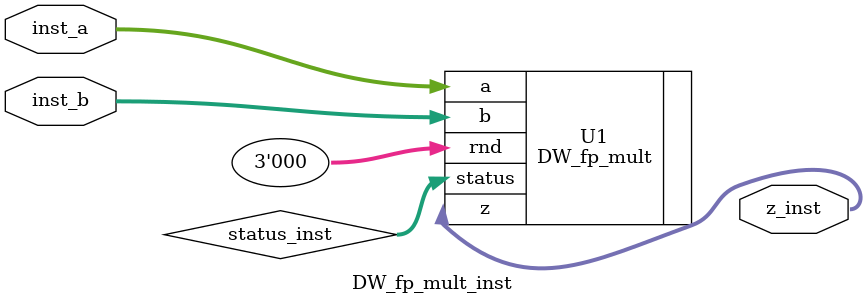
<source format=v>
`include "/afs/eos.ncsu.edu/dist/synopsys2013/syn/dw/sim_ver/DW_fp_mult.v"
module DW_fp_mult_inst( inst_a, inst_b,z_inst);

parameter sig_width = 17;
parameter exp_width = 6;
parameter ieee_compliance = 1;


input [sig_width+exp_width : 0] inst_a;
input [sig_width+exp_width: 0] inst_b;
//input [2 : 0] inst_rnd;
output [sig_width+exp_width: 0] z_inst;
wire [7 : 0] status_inst;

    // Instance of DW_fp_mult
    DW_fp_mult #(sig_width, exp_width, ieee_compliance)
	  U1 ( .a(inst_a), .b(inst_b), .rnd(3'b000), .z(z_inst), .status(status_inst) );

endmodule

</source>
